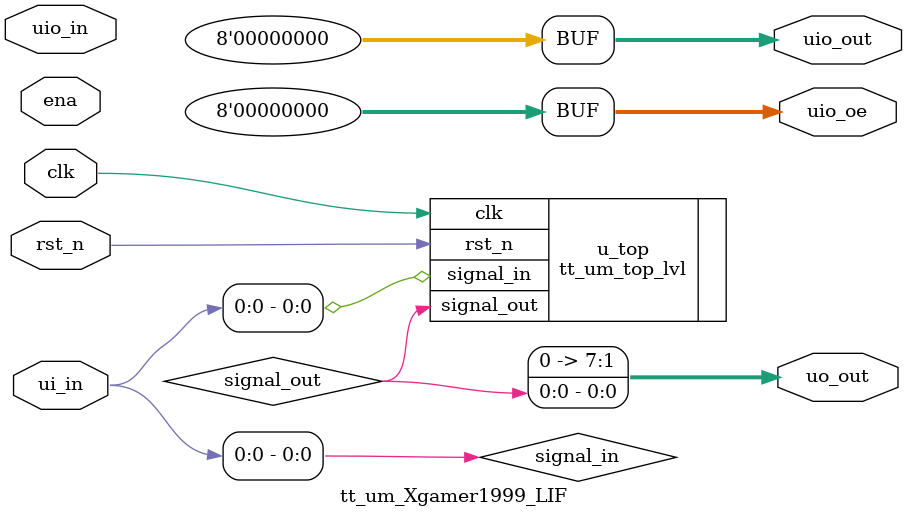
<source format=v>
module tt_um_Xgamer1999_LIF (
  input  wire        clk,
  input  wire        rst_n,
  input  wire        ena,
  input  wire [7:0]  ui_in,
  output wire [7:0]  uo_out,
  input  wire [7:0]  uio_in,
  output wire [7:0]  uio_out,
  output wire [7:0]  uio_oe
);
  // pick simple mappings
  wire signal_in  = ui_in[0];        // user drives switch 0
  wire signal_out;

  // instantiate your actual top
  tt_um_top_lvl u_top (
    .clk(clk),
    .rst_n(rst_n),
    .signal_in(signal_in),
    .signal_out(signal_out)
  );

  // drive outputs
  assign uo_out[0] = signal_out;
  assign uo_out[7:1] = 7'b0;

  // not using bidirectional bus
  assign uio_out = 8'b0;
  assign uio_oe  = 8'b0;
endmodule

</source>
